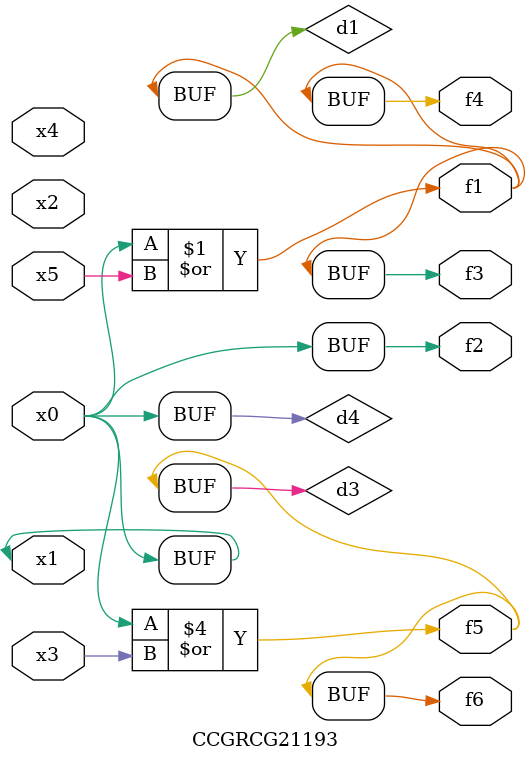
<source format=v>
module CCGRCG21193(
	input x0, x1, x2, x3, x4, x5,
	output f1, f2, f3, f4, f5, f6
);

	wire d1, d2, d3, d4;

	or (d1, x0, x5);
	xnor (d2, x1, x4);
	or (d3, x0, x3);
	buf (d4, x0, x1);
	assign f1 = d1;
	assign f2 = d4;
	assign f3 = d1;
	assign f4 = d1;
	assign f5 = d3;
	assign f6 = d3;
endmodule

</source>
